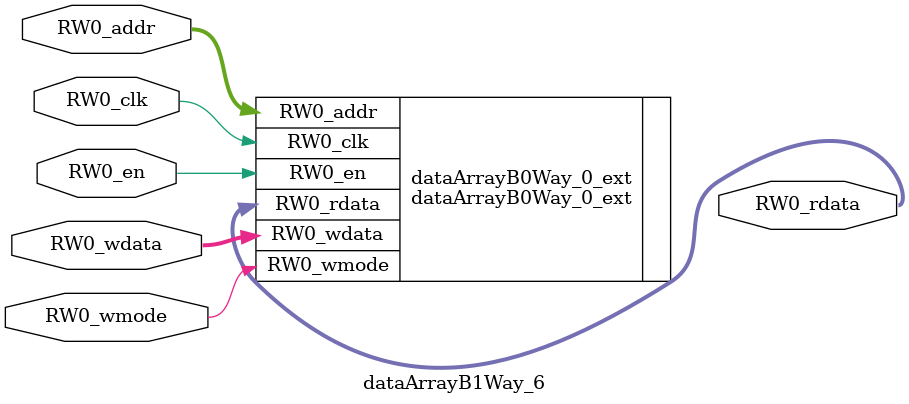
<source format=sv>
`ifndef RANDOMIZE
  `ifdef RANDOMIZE_REG_INIT
    `define RANDOMIZE
  `endif // RANDOMIZE_REG_INIT
`endif // not def RANDOMIZE
`ifndef RANDOMIZE
  `ifdef RANDOMIZE_MEM_INIT
    `define RANDOMIZE
  `endif // RANDOMIZE_MEM_INIT
`endif // not def RANDOMIZE

`ifndef RANDOM
  `define RANDOM $random
`endif // not def RANDOM

// Users can define 'PRINTF_COND' to add an extra gate to prints.
`ifndef PRINTF_COND_
  `ifdef PRINTF_COND
    `define PRINTF_COND_ (`PRINTF_COND)
  `else  // PRINTF_COND
    `define PRINTF_COND_ 1
  `endif // PRINTF_COND
`endif // not def PRINTF_COND_

// Users can define 'ASSERT_VERBOSE_COND' to add an extra gate to assert error printing.
`ifndef ASSERT_VERBOSE_COND_
  `ifdef ASSERT_VERBOSE_COND
    `define ASSERT_VERBOSE_COND_ (`ASSERT_VERBOSE_COND)
  `else  // ASSERT_VERBOSE_COND
    `define ASSERT_VERBOSE_COND_ 1
  `endif // ASSERT_VERBOSE_COND
`endif // not def ASSERT_VERBOSE_COND_

// Users can define 'STOP_COND' to add an extra gate to stop conditions.
`ifndef STOP_COND_
  `ifdef STOP_COND
    `define STOP_COND_ (`STOP_COND)
  `else  // STOP_COND
    `define STOP_COND_ 1
  `endif // STOP_COND
`endif // not def STOP_COND_

// Users can define INIT_RANDOM as general code that gets injected into the
// initializer block for modules with registers.
`ifndef INIT_RANDOM
  `define INIT_RANDOM
`endif // not def INIT_RANDOM

// If using random initialization, you can also define RANDOMIZE_DELAY to
// customize the delay used, otherwise 0.002 is used.
`ifndef RANDOMIZE_DELAY
  `define RANDOMIZE_DELAY 0.002
`endif // not def RANDOMIZE_DELAY

// Define INIT_RANDOM_PROLOG_ for use in our modules below.
`ifndef INIT_RANDOM_PROLOG_
  `ifdef RANDOMIZE
    `ifdef VERILATOR
      `define INIT_RANDOM_PROLOG_ `INIT_RANDOM
    `else  // VERILATOR
      `define INIT_RANDOM_PROLOG_ `INIT_RANDOM #`RANDOMIZE_DELAY begin end
    `endif // VERILATOR
  `else  // RANDOMIZE
    `define INIT_RANDOM_PROLOG_
  `endif // RANDOMIZE
`endif // not def INIT_RANDOM_PROLOG_

module dataArrayB1Way_6(	// @[DescribedSRAM.scala:17:26]
  input  [7:0]  RW0_addr,
  input         RW0_en,
                RW0_clk,
                RW0_wmode,
  input  [63:0] RW0_wdata,
  output [63:0] RW0_rdata
);

  dataArrayB0Way_0_ext dataArrayB0Way_0_ext (	// @[DescribedSRAM.scala:17:26]
    .RW0_addr  (RW0_addr),
    .RW0_en    (RW0_en),
    .RW0_clk   (RW0_clk),
    .RW0_wmode (RW0_wmode),
    .RW0_wdata (RW0_wdata),
    .RW0_rdata (RW0_rdata)
  );
endmodule


</source>
